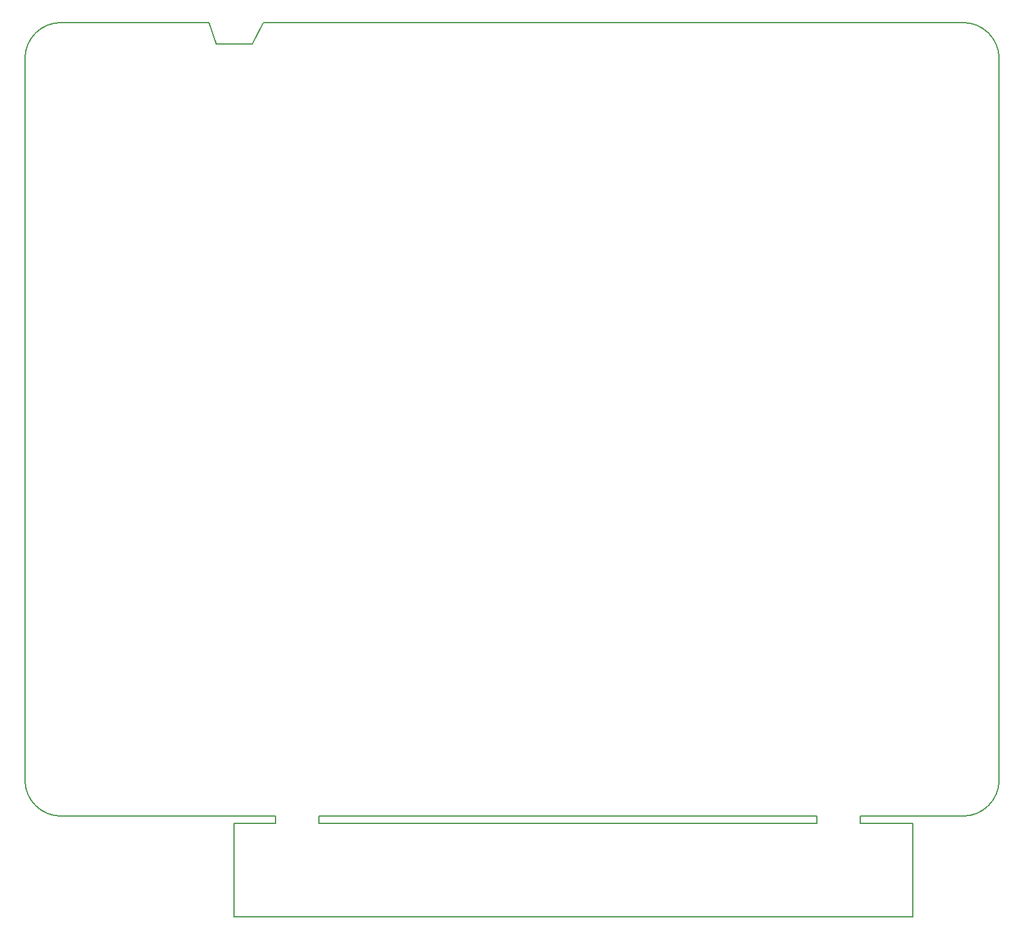
<source format=gm1>
G04 #@! TF.FileFunction,Profile,NP*
%FSLAX46Y46*%
G04 Gerber Fmt 4.6, Leading zero omitted, Abs format (unit mm)*
G04 Created by KiCad (PCBNEW 4.0.7-e2-6376~58~ubuntu16.04.1) date Fri Nov  3 12:19:54 2017*
%MOMM*%
%LPD*%
G01*
G04 APERTURE LIST*
%ADD10C,0.100000*%
%ADD11C,0.150000*%
G04 APERTURE END LIST*
D10*
D11*
X33000000Y110000000D02*
X130000000Y110000000D01*
X25500000Y110000000D02*
X5000000Y110000000D01*
X31500000Y107000000D02*
X33000000Y110000000D01*
X26500000Y107000000D02*
X25500000Y110000000D01*
X31500000Y107000000D02*
X26500000Y107000000D01*
X115750000Y0D02*
X130000000Y0D01*
X34750000Y0D02*
X5000000Y0D01*
X0Y5000000D02*
X0Y105000000D01*
X135000000Y105000000D02*
X135000000Y5000000D01*
X135000000Y105000000D02*
G75*
G03X130000000Y110000000I-5000000J0D01*
G01*
X5000000Y110000000D02*
G75*
G03X0Y105000000I0J-5000000D01*
G01*
X0Y5000000D02*
G75*
G03X5000000Y0I5000000J0D01*
G01*
X130000000Y0D02*
G75*
G03X135000000Y5000000I0J5000000D01*
G01*
X40750000Y0D02*
X109750000Y0D01*
X40750000Y-1000000D02*
X40750000Y0D01*
X109750000Y-1000000D02*
X40750000Y-1000000D01*
X109750000Y0D02*
X109750000Y-1000000D01*
X115750000Y-1000000D02*
X123000000Y-1000000D01*
X115750000Y0D02*
X115750000Y-1000000D01*
X34750000Y-1000000D02*
X29000000Y-1000000D01*
X34750000Y0D02*
X34750000Y-1000000D01*
X29000000Y-14000000D02*
X29000000Y-1000000D01*
X123000000Y-14000000D02*
X29000000Y-14000000D01*
X123000000Y-1000000D02*
X123000000Y-14000000D01*
M02*

</source>
